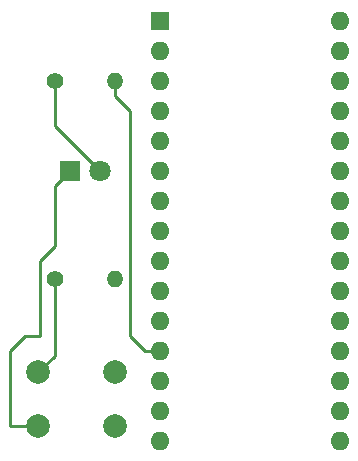
<source format=gbr>
%TF.GenerationSoftware,KiCad,Pcbnew,7.0.6*%
%TF.CreationDate,2023-08-19T21:53:37-07:00*%
%TF.ProjectId,schematic_copy_,73636865-6d61-4746-9963-5f636f70795f,rev?*%
%TF.SameCoordinates,Original*%
%TF.FileFunction,Copper,L1,Top*%
%TF.FilePolarity,Positive*%
%FSLAX46Y46*%
G04 Gerber Fmt 4.6, Leading zero omitted, Abs format (unit mm)*
G04 Created by KiCad (PCBNEW 7.0.6) date 2023-08-19 21:53:37*
%MOMM*%
%LPD*%
G01*
G04 APERTURE LIST*
%TA.AperFunction,ComponentPad*%
%ADD10C,2.000000*%
%TD*%
%TA.AperFunction,ComponentPad*%
%ADD11R,1.800000X1.800000*%
%TD*%
%TA.AperFunction,ComponentPad*%
%ADD12C,1.800000*%
%TD*%
%TA.AperFunction,ComponentPad*%
%ADD13O,1.600000X1.600000*%
%TD*%
%TA.AperFunction,ComponentPad*%
%ADD14R,1.600000X1.600000*%
%TD*%
%TA.AperFunction,ComponentPad*%
%ADD15C,1.400000*%
%TD*%
%TA.AperFunction,ComponentPad*%
%ADD16O,1.400000X1.400000*%
%TD*%
%TA.AperFunction,Conductor*%
%ADD17C,0.250000*%
%TD*%
G04 APERTURE END LIST*
D10*
%TO.P,SW1,1,1*%
%TO.N,Net-(A1-D13)*%
X137160000Y-105990000D03*
X130660000Y-105990000D03*
%TO.P,SW1,2,2*%
%TO.N,Net-(BLUE_LED1-K)*%
X137160000Y-110490000D03*
X130660000Y-110490000D03*
%TD*%
D11*
%TO.P,BLUE_LED1,1,K*%
%TO.N,Net-(BLUE_LED1-K)*%
X133350000Y-88900000D03*
D12*
%TO.P,BLUE_LED1,2,A*%
%TO.N,Net-(BLUE_LED1-A)*%
X135890000Y-88900000D03*
%TD*%
D13*
%TO.P,A1,30,VIN*%
%TO.N,unconnected-(A1-VIN-Pad30)*%
X156210000Y-76200000D03*
%TO.P,A1,29,GND*%
%TO.N,Net-(BLUE_LED1-K)*%
X156210000Y-78740000D03*
%TO.P,A1,28,~{RESET}*%
%TO.N,unconnected-(A1-~{RESET}-Pad28)*%
X156210000Y-81280000D03*
%TO.P,A1,27,+5V*%
%TO.N,Net-(A1-+5V)*%
X156210000Y-83820000D03*
%TO.P,A1,26,A7*%
%TO.N,unconnected-(A1-A7-Pad26)*%
X156210000Y-86360000D03*
%TO.P,A1,25,A6*%
%TO.N,unconnected-(A1-A6-Pad25)*%
X156210000Y-88900000D03*
%TO.P,A1,24,A5*%
%TO.N,unconnected-(A1-A5-Pad24)*%
X156210000Y-91440000D03*
%TO.P,A1,23,A4*%
%TO.N,unconnected-(A1-A4-Pad23)*%
X156210000Y-93980000D03*
%TO.P,A1,22,A3*%
%TO.N,unconnected-(A1-A3-Pad22)*%
X156210000Y-96520000D03*
%TO.P,A1,21,A2*%
%TO.N,unconnected-(A1-A2-Pad21)*%
X156210000Y-99060000D03*
%TO.P,A1,20,A1*%
%TO.N,unconnected-(A1-A1-Pad20)*%
X156210000Y-101600000D03*
%TO.P,A1,19,A0*%
%TO.N,unconnected-(A1-A0-Pad19)*%
X156210000Y-104140000D03*
%TO.P,A1,18,AREF*%
%TO.N,unconnected-(A1-AREF-Pad18)*%
X156210000Y-106680000D03*
%TO.P,A1,17,3V3*%
%TO.N,unconnected-(A1-3V3-Pad17)*%
X156210000Y-109220000D03*
%TO.P,A1,16,D13*%
%TO.N,Net-(A1-D13)*%
X156210000Y-111760000D03*
%TO.P,A1,15,D12*%
%TO.N,unconnected-(A1-D12-Pad15)*%
X140970000Y-111760000D03*
%TO.P,A1,14,D11*%
%TO.N,unconnected-(A1-D11-Pad14)*%
X140970000Y-109220000D03*
%TO.P,A1,13,D10*%
%TO.N,unconnected-(A1-D10-Pad13)*%
X140970000Y-106680000D03*
%TO.P,A1,12,D9*%
%TO.N,Net-(A1-D9)*%
X140970000Y-104140000D03*
%TO.P,A1,11,D8*%
%TO.N,unconnected-(A1-D8-Pad11)*%
X140970000Y-101600000D03*
%TO.P,A1,10,D7*%
%TO.N,unconnected-(A1-D7-Pad10)*%
X140970000Y-99060000D03*
%TO.P,A1,9,D6*%
%TO.N,unconnected-(A1-D6-Pad9)*%
X140970000Y-96520000D03*
%TO.P,A1,8,D5*%
%TO.N,unconnected-(A1-D5-Pad8)*%
X140970000Y-93980000D03*
%TO.P,A1,7,D4*%
%TO.N,unconnected-(A1-D4-Pad7)*%
X140970000Y-91440000D03*
%TO.P,A1,6,D3*%
%TO.N,unconnected-(A1-D3-Pad6)*%
X140970000Y-88900000D03*
%TO.P,A1,5,D2*%
%TO.N,unconnected-(A1-D2-Pad5)*%
X140970000Y-86360000D03*
%TO.P,A1,4,GND*%
%TO.N,unconnected-(A1-GND-Pad4)*%
X140970000Y-83820000D03*
%TO.P,A1,3,~{RESET}*%
%TO.N,unconnected-(A1-~{RESET}-Pad3)*%
X140970000Y-81280000D03*
%TO.P,A1,2,D0/RX*%
%TO.N,unconnected-(A1-D0{slash}RX-Pad2)*%
X140970000Y-78740000D03*
D14*
%TO.P,A1,1,D1/TX*%
%TO.N,unconnected-(A1-D1{slash}TX-Pad1)*%
X140970000Y-76200000D03*
%TD*%
D15*
%TO.P,220R1,1*%
%TO.N,Net-(BLUE_LED1-A)*%
X132080000Y-81280000D03*
D16*
%TO.P,220R1,2*%
%TO.N,Net-(A1-D9)*%
X137160000Y-81280000D03*
%TD*%
D15*
%TO.P,10KR2,1*%
%TO.N,Net-(A1-D13)*%
X132080000Y-98080000D03*
D16*
%TO.P,10KR2,2*%
%TO.N,Net-(A1-+5V)*%
X137160000Y-98080000D03*
%TD*%
D17*
%TO.N,Net-(BLUE_LED1-K)*%
X132080000Y-90170000D02*
X133350000Y-88900000D01*
X130810000Y-102870000D02*
X130810000Y-96520000D01*
X128270000Y-110490000D02*
X128270000Y-104140000D01*
X130660000Y-110490000D02*
X128270000Y-110490000D01*
X128270000Y-104140000D02*
X129540000Y-102870000D01*
X129540000Y-102870000D02*
X130810000Y-102870000D01*
X130810000Y-96520000D02*
X132080000Y-95250000D01*
X132080000Y-95250000D02*
X132080000Y-90170000D01*
%TO.N,Net-(A1-D13)*%
X132080000Y-104570000D02*
X132080000Y-98080000D01*
X130660000Y-105990000D02*
X132080000Y-104570000D01*
%TO.N,Net-(A1-D9)*%
X139700000Y-104140000D02*
X140970000Y-104140000D01*
X138430000Y-83820000D02*
X138430000Y-102870000D01*
X137160000Y-82550000D02*
X138430000Y-83820000D01*
X137160000Y-81280000D02*
X137160000Y-82550000D01*
X138430000Y-102870000D02*
X139700000Y-104140000D01*
%TO.N,Net-(BLUE_LED1-A)*%
X132080000Y-85090000D02*
X135890000Y-88900000D01*
X132080000Y-81280000D02*
X132080000Y-85090000D01*
%TD*%
M02*

</source>
